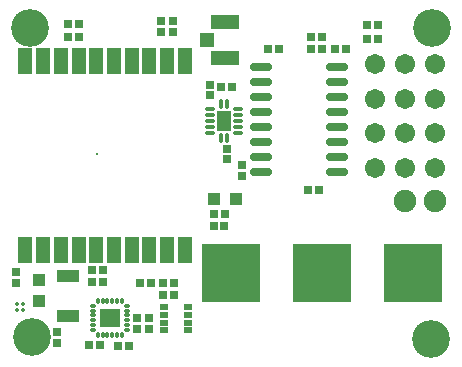
<source format=gts>
%FSLAX25Y25*%
%MOIN*%
G70*
G01*
G75*
G04 Layer_Color=8388736*
%ADD10C,0.01713*%
%ADD11R,0.01969X0.01969*%
%ADD12R,0.01969X0.01969*%
%ADD13O,0.02756X0.01181*%
%ADD14O,0.01181X0.02756*%
%ADD15R,0.04724X0.06693*%
%ADD16R,0.03543X0.03150*%
%ADD17R,0.03150X0.03543*%
%ADD18R,0.03937X0.07874*%
%ADD19R,0.02362X0.01969*%
%ADD20R,0.06693X0.03150*%
%ADD21C,0.00787*%
%ADD22R,0.18504X0.18504*%
%ADD23R,0.04134X0.04134*%
%ADD24R,0.08858X0.04134*%
%ADD25O,0.06693X0.02165*%
%ADD26R,0.06693X0.05906*%
%ADD27O,0.00787X0.01969*%
%ADD28O,0.01969X0.00787*%
%ADD29R,0.01969X0.01378*%
%ADD30C,0.01969*%
%ADD31C,0.01000*%
%ADD32C,0.00787*%
%ADD33C,0.02362*%
%ADD34C,0.01575*%
%ADD35C,0.05906*%
%ADD36C,0.06693*%
%ADD37C,0.01772*%
%ADD38C,0.02598*%
%ADD39C,0.02362*%
%ADD40C,0.11811*%
%ADD41R,0.04724X0.05315*%
%ADD42R,0.03937X0.01378*%
%ADD43C,0.02756*%
%ADD44R,0.04000X0.09500*%
%ADD45C,0.00394*%
%ADD46C,0.01181*%
%ADD47C,0.00984*%
%ADD48C,0.00472*%
%ADD49C,0.00591*%
%ADD50C,0.00709*%
%ADD51C,0.00276*%
%ADD52R,0.02769X0.02769*%
%ADD53R,0.02769X0.02769*%
%ADD54O,0.03150X0.01575*%
%ADD55O,0.01575X0.03150*%
%ADD56R,0.05118X0.07087*%
%ADD57R,0.04343X0.03950*%
%ADD58R,0.03950X0.04343*%
%ADD59R,0.04737X0.08674*%
%ADD60R,0.03162X0.02769*%
%ADD61R,0.07493X0.03950*%
%ADD62C,0.01339*%
%ADD63R,0.19304X0.19304*%
%ADD64R,0.04934X0.04934*%
%ADD65R,0.09658X0.04934*%
%ADD66O,0.07493X0.02965*%
%ADD67R,0.07087X0.06299*%
%ADD68O,0.01181X0.02362*%
%ADD69O,0.02362X0.01181*%
%ADD70R,0.02598X0.02008*%
%ADD71C,0.00800*%
%ADD72C,0.06706*%
%ADD73C,0.07493*%
%ADD74C,0.12611*%
D52*
X71664Y44900D02*
D03*
X68120D02*
D03*
X68221Y49000D02*
D03*
X71764D02*
D03*
X119220Y107500D02*
D03*
X122764D02*
D03*
X19721Y108000D02*
D03*
X23264D02*
D03*
X31264Y30500D02*
D03*
X27720D02*
D03*
X31280Y26500D02*
D03*
X27736D02*
D03*
X54779Y22000D02*
D03*
X51236D02*
D03*
X36220Y5000D02*
D03*
X39764D02*
D03*
X30279Y5500D02*
D03*
X26736D02*
D03*
X51236Y26000D02*
D03*
X54779D02*
D03*
X108736Y104000D02*
D03*
X112279D02*
D03*
X100736D02*
D03*
X104279D02*
D03*
X100736Y108000D02*
D03*
X104279D02*
D03*
X99736Y57000D02*
D03*
X103279D02*
D03*
X86236Y104000D02*
D03*
X89780D02*
D03*
X74264Y91500D02*
D03*
X70720D02*
D03*
D53*
X67000Y88621D02*
D03*
Y92164D02*
D03*
X2400Y26120D02*
D03*
Y29664D02*
D03*
X16000Y6221D02*
D03*
Y9764D02*
D03*
X46500Y14279D02*
D03*
Y10736D02*
D03*
X42500Y14279D02*
D03*
Y10736D02*
D03*
X72500Y67236D02*
D03*
Y70780D02*
D03*
X77500Y65264D02*
D03*
Y61721D02*
D03*
X50500Y113264D02*
D03*
Y109721D02*
D03*
X54500Y113264D02*
D03*
Y109721D02*
D03*
D54*
X66779Y83953D02*
D03*
Y81984D02*
D03*
Y80016D02*
D03*
Y78047D02*
D03*
X76221D02*
D03*
Y80016D02*
D03*
Y81984D02*
D03*
Y83953D02*
D03*
Y76079D02*
D03*
X66779D02*
D03*
D55*
X70516Y74295D02*
D03*
X72484D02*
D03*
Y85706D02*
D03*
X70516D02*
D03*
D56*
X71500Y79900D02*
D03*
D57*
X75500Y54000D02*
D03*
X68413D02*
D03*
D58*
X10000Y27000D02*
D03*
Y19913D02*
D03*
D59*
X5378Y37000D02*
D03*
X11283D02*
D03*
X17189D02*
D03*
X23095D02*
D03*
X29000D02*
D03*
X34905D02*
D03*
X40811D02*
D03*
X46716D02*
D03*
X52622D02*
D03*
X58527D02*
D03*
X58528Y99992D02*
D03*
X52622D02*
D03*
X46716D02*
D03*
X40811D02*
D03*
X34905D02*
D03*
X29000D02*
D03*
X23095D02*
D03*
X17189D02*
D03*
X11283D02*
D03*
X5378D02*
D03*
D60*
X119236Y112000D02*
D03*
X122780D02*
D03*
X19736Y112500D02*
D03*
X23280D02*
D03*
X47280Y26000D02*
D03*
X43736D02*
D03*
D61*
X19500Y28386D02*
D03*
Y15000D02*
D03*
D62*
X2614Y18984D02*
D03*
X4583D02*
D03*
X2614Y17016D02*
D03*
X4583D02*
D03*
D63*
X104100Y29500D02*
D03*
X134512D02*
D03*
X74000D02*
D03*
D64*
X65799Y107095D02*
D03*
D65*
X72000Y101189D02*
D03*
Y113000D02*
D03*
D66*
X84000Y98000D02*
D03*
Y93000D02*
D03*
Y88000D02*
D03*
Y83000D02*
D03*
Y78000D02*
D03*
Y73000D02*
D03*
Y68000D02*
D03*
Y63000D02*
D03*
X109197Y98000D02*
D03*
Y93000D02*
D03*
Y88000D02*
D03*
Y83000D02*
D03*
Y78000D02*
D03*
Y73000D02*
D03*
Y68000D02*
D03*
Y63000D02*
D03*
D67*
X33500Y14500D02*
D03*
D68*
X29563Y20209D02*
D03*
X31138D02*
D03*
X32713D02*
D03*
X34287D02*
D03*
X35862D02*
D03*
X37437D02*
D03*
Y8791D02*
D03*
X35862D02*
D03*
X34287D02*
D03*
X32713D02*
D03*
X31138D02*
D03*
X29563D02*
D03*
D69*
X39209Y18437D02*
D03*
Y16862D02*
D03*
Y15287D02*
D03*
Y13713D02*
D03*
Y12138D02*
D03*
Y10563D02*
D03*
X27791D02*
D03*
Y12138D02*
D03*
Y13713D02*
D03*
Y15287D02*
D03*
Y16862D02*
D03*
Y18437D02*
D03*
D70*
X59571Y18000D02*
D03*
Y15441D02*
D03*
Y12882D02*
D03*
Y10323D02*
D03*
X51500D02*
D03*
Y12882D02*
D03*
Y15441D02*
D03*
Y18000D02*
D03*
D71*
X29200Y68984D02*
D03*
D72*
X122000Y99000D02*
D03*
X132000D02*
D03*
X142000D02*
D03*
X122000Y87500D02*
D03*
X132000D02*
D03*
X142000D02*
D03*
X122000Y76000D02*
D03*
X132000D02*
D03*
X142000D02*
D03*
X122000Y64500D02*
D03*
X132000D02*
D03*
X142000D02*
D03*
D73*
Y53300D02*
D03*
X132000D02*
D03*
D74*
X7580Y8074D02*
D03*
X140651Y7287D02*
D03*
X6891Y111224D02*
D03*
X140848D02*
D03*
M02*

</source>
